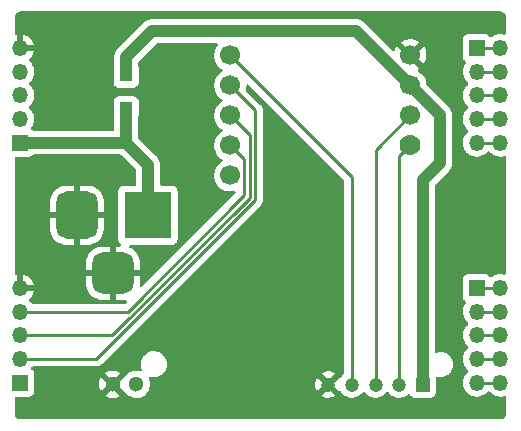
<source format=gbr>
%TF.GenerationSoftware,KiCad,Pcbnew,(6.0.0)*%
%TF.CreationDate,2022-11-08T21:37:46+09:00*%
%TF.ProjectId,LED_MATRIX_ATOM_UNIT,4c45445f-4d41-4545-9249-585f41544f4d,rev?*%
%TF.SameCoordinates,Original*%
%TF.FileFunction,Copper,L1,Top*%
%TF.FilePolarity,Positive*%
%FSLAX46Y46*%
G04 Gerber Fmt 4.6, Leading zero omitted, Abs format (unit mm)*
G04 Created by KiCad (PCBNEW (6.0.0)) date 2022-11-08 21:37:46*
%MOMM*%
%LPD*%
G01*
G04 APERTURE LIST*
G04 Aperture macros list*
%AMRoundRect*
0 Rectangle with rounded corners*
0 $1 Rounding radius*
0 $2 $3 $4 $5 $6 $7 $8 $9 X,Y pos of 4 corners*
0 Add a 4 corners polygon primitive as box body*
4,1,4,$2,$3,$4,$5,$6,$7,$8,$9,$2,$3,0*
0 Add four circle primitives for the rounded corners*
1,1,$1+$1,$2,$3*
1,1,$1+$1,$4,$5*
1,1,$1+$1,$6,$7*
1,1,$1+$1,$8,$9*
0 Add four rect primitives between the rounded corners*
20,1,$1+$1,$2,$3,$4,$5,0*
20,1,$1+$1,$4,$5,$6,$7,0*
20,1,$1+$1,$6,$7,$8,$9,0*
20,1,$1+$1,$8,$9,$2,$3,0*%
G04 Aperture macros list end*
%TA.AperFunction,ComponentPad*%
%ADD10C,1.300000*%
%TD*%
%TA.AperFunction,ComponentPad*%
%ADD11R,4.000000X4.000000*%
%TD*%
%TA.AperFunction,ComponentPad*%
%ADD12RoundRect,0.875000X0.875000X1.125000X-0.875000X1.125000X-0.875000X-1.125000X0.875000X-1.125000X0*%
%TD*%
%TA.AperFunction,ComponentPad*%
%ADD13RoundRect,0.875000X0.875000X0.875000X-0.875000X0.875000X-0.875000X-0.875000X0.875000X-0.875000X0*%
%TD*%
%TA.AperFunction,ComponentPad*%
%ADD14R,1.200000X1.200000*%
%TD*%
%TA.AperFunction,ComponentPad*%
%ADD15C,1.200000*%
%TD*%
%TA.AperFunction,SMDPad,CuDef*%
%ADD16R,1.100000X1.100000*%
%TD*%
%TA.AperFunction,ComponentPad*%
%ADD17C,1.776200*%
%TD*%
%TA.AperFunction,ComponentPad*%
%ADD18C,1.700000*%
%TD*%
%TA.AperFunction,ComponentPad*%
%ADD19R,1.350000X1.350000*%
%TD*%
%TA.AperFunction,ComponentPad*%
%ADD20O,1.350000X1.350000*%
%TD*%
%TA.AperFunction,Conductor*%
%ADD21C,1.000000*%
%TD*%
%TA.AperFunction,Conductor*%
%ADD22C,0.250000*%
%TD*%
G04 APERTURE END LIST*
D10*
%TO.P,J7,1,1*%
%TO.N,VCC*%
X92250000Y-116750000D03*
%TO.P,J7,2,2*%
%TO.N,GND*%
X90250000Y-116750000D03*
%TD*%
D11*
%TO.P,J5,1*%
%TO.N,VCC*%
X93250000Y-102450000D03*
D12*
%TO.P,J5,2*%
%TO.N,GND*%
X87250000Y-102450000D03*
D13*
%TO.P,J5,3*%
X90300000Y-107350000D03*
%TD*%
D14*
%TO.P,J6,1,1*%
%TO.N,/+5V*%
X116525000Y-116775000D03*
D15*
%TO.P,J6,2,2*%
%TO.N,/IO21*%
X114525000Y-116775000D03*
%TO.P,J6,3,3*%
%TO.N,/IO25*%
X112525000Y-116775000D03*
%TO.P,J6,4,4*%
%TO.N,/IO33*%
X110525000Y-116775000D03*
%TO.P,J6,5,5*%
%TO.N,GND*%
X108525000Y-116775000D03*
%TD*%
D16*
%TO.P,D1,1,K*%
%TO.N,/+5V*%
X91400000Y-90600000D03*
%TO.P,D1,2,A*%
%TO.N,VCC*%
X91400000Y-93400000D03*
%TD*%
D17*
%TO.P,U1,1,IO21*%
%TO.N,/IO21*%
X115469700Y-96523500D03*
D18*
%TO.P,U1,2,IO25*%
%TO.N,/IO25*%
X115469700Y-93983500D03*
%TO.P,U1,3,+5V*%
%TO.N,/+5V*%
X115469700Y-91443500D03*
%TO.P,U1,4,GND*%
%TO.N,GND*%
X115469700Y-88903500D03*
%TO.P,U1,5,IO33*%
%TO.N,/IO33*%
X100229700Y-88903500D03*
%TO.P,U1,6,IO23*%
%TO.N,/DIN1*%
X100229700Y-91443500D03*
%TO.P,U1,7,IO19*%
%TO.N,/CS*%
X100229700Y-93983500D03*
%TO.P,U1,8,IO22*%
%TO.N,/CLK*%
X100229700Y-96523500D03*
%TO.P,U1,9,3.3V*%
%TO.N,unconnected-(U1-Pad9)*%
X100229700Y-99063500D03*
%TD*%
D19*
%TO.P,J4,1,Pin_1*%
%TO.N,VCC*%
X82450000Y-96290000D03*
D20*
%TO.P,J4,2,Pin_2*%
%TO.N,unconnected-(J4-Pad2)*%
X82450000Y-94290000D03*
%TO.P,J4,3,Pin_3*%
%TO.N,unconnected-(J4-Pad3)*%
X82450000Y-92290000D03*
%TO.P,J4,4,Pin_4*%
%TO.N,unconnected-(J4-Pad4)*%
X82450000Y-90290000D03*
%TO.P,J4,5,Pin_5*%
%TO.N,GND*%
X82450000Y-88290000D03*
%TD*%
D19*
%TO.P,J1,1,Pin_1*%
%TO.N,Net-(J1-Pad1)*%
X121090000Y-88290000D03*
D20*
%TO.P,J1,2,Pin_2*%
X123090000Y-88290000D03*
%TO.P,J1,3,Pin_3*%
%TO.N,Net-(J1-Pad3)*%
X121090000Y-90290000D03*
%TO.P,J1,4,Pin_4*%
X123090000Y-90290000D03*
%TO.P,J1,5,Pin_5*%
%TO.N,Net-(J1-Pad5)*%
X121090000Y-92290000D03*
%TO.P,J1,6,Pin_6*%
X123090000Y-92290000D03*
%TO.P,J1,7,Pin_7*%
%TO.N,Net-(J1-Pad7)*%
X121090000Y-94290000D03*
%TO.P,J1,8,Pin_8*%
X123090000Y-94290000D03*
%TO.P,J1,9,Pin_9*%
%TO.N,Net-(J1-Pad10)*%
X121090000Y-96290000D03*
%TO.P,J1,10,Pin_10*%
X123090000Y-96290000D03*
%TD*%
D19*
%TO.P,J2,1,Pin_1*%
%TO.N,VCC*%
X82450000Y-116610000D03*
D20*
%TO.P,J2,2,Pin_2*%
%TO.N,/DIN1*%
X82450000Y-114610000D03*
%TO.P,J2,3,Pin_3*%
%TO.N,/CS*%
X82450000Y-112610000D03*
%TO.P,J2,4,Pin_4*%
%TO.N,/CLK*%
X82450000Y-110610000D03*
%TO.P,J2,5,Pin_5*%
%TO.N,GND*%
X82450000Y-108610000D03*
%TD*%
D19*
%TO.P,J3,1,Pin_1*%
%TO.N,Net-(J3-Pad1)*%
X121090000Y-108610000D03*
D20*
%TO.P,J3,2,Pin_2*%
X123090000Y-108610000D03*
%TO.P,J3,3,Pin_3*%
%TO.N,Net-(J3-Pad3)*%
X121090000Y-110610000D03*
%TO.P,J3,4,Pin_4*%
X123090000Y-110610000D03*
%TO.P,J3,5,Pin_5*%
%TO.N,Net-(J3-Pad5)*%
X121090000Y-112610000D03*
%TO.P,J3,6,Pin_6*%
X123090000Y-112610000D03*
%TO.P,J3,7,Pin_7*%
%TO.N,Net-(J3-Pad7)*%
X121090000Y-114610000D03*
%TO.P,J3,8,Pin_8*%
X123090000Y-114610000D03*
%TO.P,J3,9,Pin_9*%
%TO.N,Net-(J3-Pad10)*%
X121090000Y-116610000D03*
%TO.P,J3,10,Pin_10*%
X123090000Y-116610000D03*
%TD*%
D21*
%TO.N,VCC*%
X91390000Y-96290000D02*
X93250000Y-98150000D01*
X82450000Y-96290000D02*
X91390000Y-96290000D01*
X91400000Y-96280000D02*
X91400000Y-93400000D01*
X91390000Y-96290000D02*
X91400000Y-96280000D01*
X93250000Y-98150000D02*
X93250000Y-102450000D01*
D22*
%TO.N,/DIN1*%
X102349520Y-93563320D02*
X100229700Y-91443500D01*
X82450000Y-114610000D02*
X88875718Y-114610000D01*
X102349520Y-101136198D02*
X102349520Y-93563320D01*
X88875718Y-114610000D02*
X102349520Y-101136198D01*
%TO.N,/CS*%
X101900000Y-100950000D02*
X101900000Y-95653800D01*
X101900000Y-95653800D02*
X100229700Y-93983500D01*
X90240000Y-112610000D02*
X101900000Y-100950000D01*
X82450000Y-112610000D02*
X90240000Y-112610000D01*
%TO.N,/CLK*%
X101404211Y-97698011D02*
X101404211Y-100745789D01*
X91540000Y-110610000D02*
X82450000Y-110610000D01*
X101404211Y-100745789D02*
X91540000Y-110610000D01*
X100229700Y-96523500D02*
X101404211Y-97698011D01*
%TO.N,Net-(J1-Pad1)*%
X121090000Y-88290000D02*
X123090000Y-88290000D01*
%TO.N,Net-(J1-Pad3)*%
X121090000Y-90290000D02*
X123090000Y-90290000D01*
%TO.N,Net-(J1-Pad5)*%
X121090000Y-92290000D02*
X123090000Y-92290000D01*
%TO.N,Net-(J1-Pad7)*%
X123090000Y-94290000D02*
X121090000Y-94290000D01*
%TO.N,Net-(J3-Pad1)*%
X121090000Y-108610000D02*
X123090000Y-108610000D01*
%TO.N,Net-(J3-Pad3)*%
X121090000Y-110610000D02*
X123090000Y-110610000D01*
%TO.N,Net-(J3-Pad5)*%
X121090000Y-112610000D02*
X123090000Y-112610000D01*
%TO.N,Net-(J3-Pad7)*%
X121090000Y-114610000D02*
X123090000Y-114610000D01*
%TO.N,Net-(J3-Pad10)*%
X121090000Y-116610000D02*
X123090000Y-116610000D01*
%TO.N,/IO21*%
X114525000Y-116775000D02*
X114525000Y-97468200D01*
X114525000Y-97468200D02*
X115469700Y-96523500D01*
%TO.N,/IO25*%
X112525000Y-116775000D02*
X112525000Y-96928200D01*
X112525000Y-96928200D02*
X115469700Y-93983500D01*
%TO.N,/IO33*%
X110525000Y-99198800D02*
X100229700Y-88903500D01*
X110525000Y-116775000D02*
X110525000Y-99198800D01*
D21*
%TO.N,/+5V*%
X116525000Y-116775000D02*
X116525000Y-99475000D01*
X118000000Y-93973800D02*
X118000000Y-98000000D01*
X115469700Y-91443500D02*
X118000000Y-93973800D01*
X110876200Y-86850000D02*
X115469700Y-91443500D01*
X93600000Y-86850000D02*
X110876200Y-86850000D01*
X91400000Y-90600000D02*
X91400000Y-89050000D01*
X91400000Y-89050000D02*
X93600000Y-86850000D01*
X118000000Y-98000000D02*
X116525000Y-99475000D01*
D22*
%TO.N,Net-(J1-Pad10)*%
X123090000Y-96290000D02*
X121090000Y-96290000D01*
%TD*%
%TA.AperFunction,Conductor*%
%TO.N,GND*%
G36*
X123050749Y-85185066D02*
G01*
X123065550Y-85187371D01*
X123065554Y-85187371D01*
X123074423Y-85188752D01*
X123083325Y-85187588D01*
X123083329Y-85187588D01*
X123083425Y-85187575D01*
X123113862Y-85187304D01*
X123176067Y-85194312D01*
X123203574Y-85200590D01*
X123280763Y-85227600D01*
X123306183Y-85239842D01*
X123375430Y-85283353D01*
X123397489Y-85300945D01*
X123455313Y-85358769D01*
X123472905Y-85380828D01*
X123516416Y-85450075D01*
X123528658Y-85475496D01*
X123555667Y-85552683D01*
X123561946Y-85580190D01*
X123568214Y-85635817D01*
X123568997Y-85651463D01*
X123568888Y-85660421D01*
X123567506Y-85669295D01*
X123569146Y-85681835D01*
X123571628Y-85700816D01*
X123572692Y-85717154D01*
X123572692Y-87025711D01*
X123552690Y-87093832D01*
X123499034Y-87140325D01*
X123422111Y-87149290D01*
X123214239Y-87107941D01*
X123208464Y-87107865D01*
X123208460Y-87107865D01*
X123099419Y-87106438D01*
X122996746Y-87105094D01*
X122991049Y-87106073D01*
X122991048Y-87106073D01*
X122788065Y-87140952D01*
X122788062Y-87140953D01*
X122782375Y-87141930D01*
X122578307Y-87217214D01*
X122391376Y-87328427D01*
X122387032Y-87332237D01*
X122369592Y-87347531D01*
X122305188Y-87377408D01*
X122234855Y-87367722D01*
X122185689Y-87328365D01*
X122183522Y-87325473D01*
X122128261Y-87251739D01*
X122011705Y-87164385D01*
X121875316Y-87113255D01*
X121813134Y-87106500D01*
X120366866Y-87106500D01*
X120304684Y-87113255D01*
X120168295Y-87164385D01*
X120051739Y-87251739D01*
X119964385Y-87368295D01*
X119913255Y-87504684D01*
X119906500Y-87566866D01*
X119906500Y-89013134D01*
X119913255Y-89075316D01*
X119964385Y-89211705D01*
X120051739Y-89328261D01*
X120058919Y-89333642D01*
X120130269Y-89387116D01*
X120172784Y-89443975D01*
X120177810Y-89514794D01*
X120153654Y-89565948D01*
X120096755Y-89638124D01*
X120093181Y-89642658D01*
X119991905Y-89835154D01*
X119978775Y-89877438D01*
X119932483Y-90026523D01*
X119927403Y-90042882D01*
X119901837Y-90258887D01*
X119916063Y-90475933D01*
X119917484Y-90481529D01*
X119917485Y-90481534D01*
X119968184Y-90681158D01*
X119969605Y-90686753D01*
X119972022Y-90691996D01*
X120007043Y-90767963D01*
X120060668Y-90884285D01*
X120064001Y-90889001D01*
X120142062Y-90999454D01*
X120186204Y-91061914D01*
X120320981Y-91193207D01*
X120329741Y-91201741D01*
X120364579Y-91263602D01*
X120360442Y-91334478D01*
X120324899Y-91386726D01*
X120227842Y-91471842D01*
X120224270Y-91476373D01*
X120183045Y-91528667D01*
X120093181Y-91642658D01*
X119991905Y-91835154D01*
X119927403Y-92042882D01*
X119901837Y-92258887D01*
X119916063Y-92475933D01*
X119917484Y-92481529D01*
X119917485Y-92481534D01*
X119961443Y-92654614D01*
X119969605Y-92686753D01*
X119972022Y-92691996D01*
X120024248Y-92805283D01*
X120060668Y-92884285D01*
X120064001Y-92889001D01*
X120117101Y-92964135D01*
X120186204Y-93061914D01*
X120190346Y-93065949D01*
X120329741Y-93201741D01*
X120364579Y-93263602D01*
X120360442Y-93334478D01*
X120324899Y-93386726D01*
X120227842Y-93471842D01*
X120224270Y-93476373D01*
X120124141Y-93603386D01*
X120093181Y-93642658D01*
X119991905Y-93835154D01*
X119990192Y-93840671D01*
X119929649Y-94035650D01*
X119927403Y-94042882D01*
X119901837Y-94258887D01*
X119916063Y-94475933D01*
X119917484Y-94481529D01*
X119917485Y-94481534D01*
X119945878Y-94593329D01*
X119969605Y-94686753D01*
X120060668Y-94884285D01*
X120064001Y-94889001D01*
X120159885Y-95024673D01*
X120186204Y-95061914D01*
X120190346Y-95065949D01*
X120329741Y-95201741D01*
X120364579Y-95263602D01*
X120360442Y-95334478D01*
X120324899Y-95386726D01*
X120227842Y-95471842D01*
X120224270Y-95476373D01*
X120183045Y-95528667D01*
X120093181Y-95642658D01*
X119991905Y-95835154D01*
X119927403Y-96042882D01*
X119901837Y-96258887D01*
X119916063Y-96475933D01*
X119917484Y-96481529D01*
X119917485Y-96481534D01*
X119950222Y-96610432D01*
X119969605Y-96686753D01*
X119972022Y-96691996D01*
X120018919Y-96793724D01*
X120060668Y-96884285D01*
X120064001Y-96889001D01*
X120182251Y-97056320D01*
X120186204Y-97061914D01*
X120190346Y-97065949D01*
X120264428Y-97138116D01*
X120342009Y-97213692D01*
X120346813Y-97216902D01*
X120385563Y-97242794D01*
X120522863Y-97334536D01*
X120528171Y-97336817D01*
X120528172Y-97336817D01*
X120717409Y-97418119D01*
X120717412Y-97418120D01*
X120722712Y-97420397D01*
X120728342Y-97421671D01*
X120880207Y-97456035D01*
X120934860Y-97468402D01*
X120940631Y-97468629D01*
X120940633Y-97468629D01*
X121013620Y-97471496D01*
X121152205Y-97476941D01*
X121367466Y-97445730D01*
X121372930Y-97443875D01*
X121372935Y-97443874D01*
X121567963Y-97377671D01*
X121567968Y-97377669D01*
X121573435Y-97375813D01*
X121763213Y-97269532D01*
X121930446Y-97130446D01*
X121990252Y-97058537D01*
X122049189Y-97018953D01*
X122120171Y-97017517D01*
X122182913Y-97057258D01*
X122186204Y-97061914D01*
X122190346Y-97065949D01*
X122190348Y-97065951D01*
X122264428Y-97138116D01*
X122342009Y-97213692D01*
X122346813Y-97216902D01*
X122385563Y-97242794D01*
X122522863Y-97334536D01*
X122528171Y-97336817D01*
X122528172Y-97336817D01*
X122717409Y-97418119D01*
X122717412Y-97418120D01*
X122722712Y-97420397D01*
X122728342Y-97421671D01*
X122880207Y-97456035D01*
X122934860Y-97468402D01*
X122940631Y-97468629D01*
X122940633Y-97468629D01*
X123013620Y-97471496D01*
X123152205Y-97476941D01*
X123367466Y-97445730D01*
X123406193Y-97432584D01*
X123477127Y-97429629D01*
X123538399Y-97465493D01*
X123570555Y-97528790D01*
X123572692Y-97551898D01*
X123572692Y-107345711D01*
X123552690Y-107413832D01*
X123499034Y-107460325D01*
X123422111Y-107469290D01*
X123214239Y-107427941D01*
X123208464Y-107427865D01*
X123208460Y-107427865D01*
X123099419Y-107426438D01*
X122996746Y-107425094D01*
X122991049Y-107426073D01*
X122991048Y-107426073D01*
X122788065Y-107460952D01*
X122788062Y-107460953D01*
X122782375Y-107461930D01*
X122578307Y-107537214D01*
X122391376Y-107648427D01*
X122387032Y-107652237D01*
X122369592Y-107667531D01*
X122305188Y-107697408D01*
X122234855Y-107687722D01*
X122185689Y-107648365D01*
X122183522Y-107645473D01*
X122128261Y-107571739D01*
X122011705Y-107484385D01*
X121875316Y-107433255D01*
X121813134Y-107426500D01*
X120366866Y-107426500D01*
X120304684Y-107433255D01*
X120168295Y-107484385D01*
X120051739Y-107571739D01*
X119964385Y-107688295D01*
X119913255Y-107824684D01*
X119906500Y-107886866D01*
X119906500Y-109333134D01*
X119913255Y-109395316D01*
X119964385Y-109531705D01*
X120051739Y-109648261D01*
X120058919Y-109653642D01*
X120130269Y-109707116D01*
X120172784Y-109763975D01*
X120177810Y-109834794D01*
X120153654Y-109885948D01*
X120122167Y-109925889D01*
X120093181Y-109962658D01*
X119991905Y-110155154D01*
X119927403Y-110362882D01*
X119901837Y-110578887D01*
X119916063Y-110795933D01*
X119969605Y-111006753D01*
X120060668Y-111204285D01*
X120064001Y-111209001D01*
X120102519Y-111263502D01*
X120186204Y-111381914D01*
X120190346Y-111385949D01*
X120329741Y-111521741D01*
X120364579Y-111583602D01*
X120360442Y-111654478D01*
X120324899Y-111706726D01*
X120227842Y-111791842D01*
X120224270Y-111796373D01*
X120183045Y-111848667D01*
X120093181Y-111962658D01*
X119991905Y-112155154D01*
X119927403Y-112362882D01*
X119901837Y-112578887D01*
X119916063Y-112795933D01*
X119969605Y-113006753D01*
X120060668Y-113204285D01*
X120064001Y-113209001D01*
X120102519Y-113263502D01*
X120186204Y-113381914D01*
X120190346Y-113385949D01*
X120329741Y-113521741D01*
X120364579Y-113583602D01*
X120360442Y-113654478D01*
X120324899Y-113706726D01*
X120227842Y-113791842D01*
X120224270Y-113796373D01*
X120097998Y-113956548D01*
X120093181Y-113962658D01*
X119991905Y-114155154D01*
X119990192Y-114160671D01*
X119937358Y-114330823D01*
X119927403Y-114362882D01*
X119901837Y-114578887D01*
X119916063Y-114795933D01*
X119917484Y-114801529D01*
X119917485Y-114801534D01*
X119942262Y-114899091D01*
X119969605Y-115006753D01*
X119972022Y-115011996D01*
X120004490Y-115082425D01*
X120060668Y-115204285D01*
X120064001Y-115209001D01*
X120138016Y-115313729D01*
X120186204Y-115381914D01*
X120321329Y-115513546D01*
X120329741Y-115521741D01*
X120364579Y-115583602D01*
X120360442Y-115654478D01*
X120324899Y-115706726D01*
X120227842Y-115791842D01*
X120224270Y-115796373D01*
X120097630Y-115957015D01*
X120093181Y-115962658D01*
X120090493Y-115967767D01*
X120068963Y-116008690D01*
X119991905Y-116155154D01*
X119981211Y-116189595D01*
X119936666Y-116333052D01*
X119927403Y-116362882D01*
X119901837Y-116578887D01*
X119916063Y-116795933D01*
X119917484Y-116801529D01*
X119917485Y-116801534D01*
X119950621Y-116932006D01*
X119969605Y-117006753D01*
X119972022Y-117011996D01*
X120058250Y-117199040D01*
X120060668Y-117204285D01*
X120064001Y-117209001D01*
X120165869Y-117353140D01*
X120186204Y-117381914D01*
X120342009Y-117533692D01*
X120522863Y-117654536D01*
X120528171Y-117656817D01*
X120528172Y-117656817D01*
X120717409Y-117738119D01*
X120717412Y-117738120D01*
X120722712Y-117740397D01*
X120728342Y-117741671D01*
X120826464Y-117763874D01*
X120934860Y-117788402D01*
X120940631Y-117788629D01*
X120940633Y-117788629D01*
X121013620Y-117791496D01*
X121152205Y-117796941D01*
X121367466Y-117765730D01*
X121372930Y-117763875D01*
X121372935Y-117763874D01*
X121567963Y-117697671D01*
X121567968Y-117697669D01*
X121573435Y-117695813D01*
X121763213Y-117589532D01*
X121930446Y-117450446D01*
X121990252Y-117378537D01*
X122049189Y-117338953D01*
X122120171Y-117337517D01*
X122182913Y-117377258D01*
X122186204Y-117381914D01*
X122190346Y-117385949D01*
X122190348Y-117385951D01*
X122256554Y-117450446D01*
X122342009Y-117533692D01*
X122522863Y-117654536D01*
X122528171Y-117656817D01*
X122528172Y-117656817D01*
X122717409Y-117738119D01*
X122717412Y-117738120D01*
X122722712Y-117740397D01*
X122728342Y-117741671D01*
X122826464Y-117763874D01*
X122934860Y-117788402D01*
X122940631Y-117788629D01*
X122940633Y-117788629D01*
X123013620Y-117791496D01*
X123152205Y-117796941D01*
X123367466Y-117765730D01*
X123406193Y-117752584D01*
X123477127Y-117749629D01*
X123538399Y-117785493D01*
X123570555Y-117848790D01*
X123572692Y-117871898D01*
X123572692Y-119175107D01*
X123571192Y-119194491D01*
X123568887Y-119209292D01*
X123568887Y-119209296D01*
X123567506Y-119218165D01*
X123568670Y-119227067D01*
X123568670Y-119227071D01*
X123568683Y-119227167D01*
X123568954Y-119257604D01*
X123561946Y-119319809D01*
X123555667Y-119347319D01*
X123528658Y-119424505D01*
X123516416Y-119449925D01*
X123472905Y-119519172D01*
X123455313Y-119541231D01*
X123397489Y-119599055D01*
X123375430Y-119616647D01*
X123306183Y-119660158D01*
X123280762Y-119672400D01*
X123203575Y-119699409D01*
X123176068Y-119705688D01*
X123152120Y-119708386D01*
X123120436Y-119711956D01*
X123104795Y-119712739D01*
X123095837Y-119712630D01*
X123086963Y-119711248D01*
X123055442Y-119715370D01*
X123039104Y-119716434D01*
X82499327Y-119716434D01*
X82479943Y-119714934D01*
X82465142Y-119712629D01*
X82465138Y-119712629D01*
X82456269Y-119711248D01*
X82447367Y-119712412D01*
X82447363Y-119712412D01*
X82447267Y-119712425D01*
X82416830Y-119712696D01*
X82354625Y-119705688D01*
X82327118Y-119699410D01*
X82249928Y-119672400D01*
X82224509Y-119660158D01*
X82155262Y-119616647D01*
X82133203Y-119599055D01*
X82075379Y-119541231D01*
X82057787Y-119519172D01*
X82014276Y-119449925D01*
X82002034Y-119424504D01*
X81975025Y-119347317D01*
X81968746Y-119319810D01*
X81962478Y-119264183D01*
X81961695Y-119248537D01*
X81961804Y-119239579D01*
X81963186Y-119230705D01*
X81959064Y-119199183D01*
X81958000Y-119182846D01*
X81958000Y-117919500D01*
X81978002Y-117851379D01*
X82031658Y-117804886D01*
X82084000Y-117793500D01*
X83173134Y-117793500D01*
X83235316Y-117786745D01*
X83371705Y-117735615D01*
X83382741Y-117727344D01*
X89637016Y-117727344D01*
X89646898Y-117739834D01*
X89690279Y-117768820D01*
X89700389Y-117774310D01*
X89885318Y-117853762D01*
X89896261Y-117857317D01*
X90092567Y-117901737D01*
X90103975Y-117903239D01*
X90305096Y-117911140D01*
X90316580Y-117910538D01*
X90515774Y-117881657D01*
X90526957Y-117878972D01*
X90717547Y-117814276D01*
X90728060Y-117809595D01*
X90854766Y-117738635D01*
X90864631Y-117728557D01*
X90861675Y-117720885D01*
X90262812Y-117122022D01*
X90248868Y-117114408D01*
X90247035Y-117114539D01*
X90240420Y-117118790D01*
X89643212Y-117715998D01*
X89637016Y-117727344D01*
X83382741Y-117727344D01*
X83488261Y-117648261D01*
X83575615Y-117531705D01*
X83626745Y-117395316D01*
X83633500Y-117333134D01*
X83633500Y-116725323D01*
X89087816Y-116725323D01*
X89100979Y-116926159D01*
X89102780Y-116937529D01*
X89152323Y-117132604D01*
X89156164Y-117143451D01*
X89240429Y-117326238D01*
X89246178Y-117336195D01*
X89259912Y-117355628D01*
X89270501Y-117364016D01*
X89283802Y-117356988D01*
X89877978Y-116762812D01*
X89884356Y-116751132D01*
X90614408Y-116751132D01*
X90614539Y-116752965D01*
X90618790Y-116759580D01*
X91216971Y-117357761D01*
X91262711Y-117382738D01*
X91305221Y-117420605D01*
X91365296Y-117505609D01*
X91369430Y-117509636D01*
X91504362Y-117641081D01*
X91517809Y-117654181D01*
X91522605Y-117657386D01*
X91522608Y-117657388D01*
X91617639Y-117720885D01*
X91694843Y-117772471D01*
X91700146Y-117774749D01*
X91700149Y-117774751D01*
X91872480Y-117848790D01*
X91890470Y-117856519D01*
X91958436Y-117871898D01*
X92092501Y-117902234D01*
X92092506Y-117902235D01*
X92098138Y-117903509D01*
X92103909Y-117903736D01*
X92103911Y-117903736D01*
X92165252Y-117906146D01*
X92310891Y-117911869D01*
X92316600Y-117911041D01*
X92316604Y-117911041D01*
X92515890Y-117882145D01*
X92515894Y-117882144D01*
X92521605Y-117881316D01*
X92723223Y-117812876D01*
X92895683Y-117716294D01*
X107948066Y-117716294D01*
X107957948Y-117728783D01*
X107989239Y-117749691D01*
X107999349Y-117755181D01*
X108175835Y-117831005D01*
X108186778Y-117834560D01*
X108374120Y-117876952D01*
X108385530Y-117878454D01*
X108577469Y-117885995D01*
X108588951Y-117885393D01*
X108779045Y-117857832D01*
X108790240Y-117855144D01*
X108972131Y-117793400D01*
X108982628Y-117788726D01*
X109093032Y-117726898D01*
X109102895Y-117716821D01*
X109099940Y-117709151D01*
X108537811Y-117147021D01*
X108523868Y-117139408D01*
X108522034Y-117139539D01*
X108515420Y-117143790D01*
X107954259Y-117704952D01*
X107948066Y-117716294D01*
X92895683Y-117716294D01*
X92908993Y-117708840D01*
X93072693Y-117572693D01*
X93208840Y-117408993D01*
X93312876Y-117223223D01*
X93381316Y-117021605D01*
X93382710Y-117011996D01*
X93411337Y-116814561D01*
X93411337Y-116814559D01*
X93411869Y-116810891D01*
X93413420Y-116751638D01*
X107413012Y-116751638D01*
X107425575Y-116943304D01*
X107427376Y-116954674D01*
X107474657Y-117140843D01*
X107478498Y-117151690D01*
X107558916Y-117326130D01*
X107564664Y-117336086D01*
X107570788Y-117344751D01*
X107581377Y-117353140D01*
X107594676Y-117346113D01*
X108152979Y-116787811D01*
X108160592Y-116773868D01*
X108160461Y-116772034D01*
X108156210Y-116765420D01*
X107593538Y-116202749D01*
X107581163Y-116195992D01*
X107575197Y-116200458D01*
X107499645Y-116344058D01*
X107495242Y-116354691D01*
X107438281Y-116538132D01*
X107435891Y-116549376D01*
X107413313Y-116740137D01*
X107413012Y-116751638D01*
X93413420Y-116751638D01*
X93413463Y-116750000D01*
X93397213Y-116573152D01*
X93394510Y-116543730D01*
X93394509Y-116543727D01*
X93393981Y-116537976D01*
X93336186Y-116333052D01*
X93333633Y-116327876D01*
X93333630Y-116327867D01*
X93320776Y-116301802D01*
X93308586Y-116231860D01*
X93336146Y-116166431D01*
X93394704Y-116126288D01*
X93457932Y-116122411D01*
X93641337Y-116158228D01*
X93646899Y-116158500D01*
X93802846Y-116158500D01*
X93960566Y-116143452D01*
X94163534Y-116083908D01*
X94218746Y-116055472D01*
X94346249Y-115989804D01*
X94346252Y-115989802D01*
X94351580Y-115987058D01*
X94517920Y-115856396D01*
X94521852Y-115851865D01*
X94521855Y-115851862D01*
X94537637Y-115833675D01*
X107947788Y-115833675D01*
X107951275Y-115842064D01*
X108512189Y-116402979D01*
X108526132Y-116410592D01*
X108527966Y-116410461D01*
X108534580Y-116406210D01*
X109095285Y-115845504D01*
X109102042Y-115833129D01*
X109096012Y-115825073D01*
X109035061Y-115786616D01*
X109024813Y-115781395D01*
X108846401Y-115710216D01*
X108835373Y-115706949D01*
X108646982Y-115669476D01*
X108635535Y-115668273D01*
X108443477Y-115665759D01*
X108431997Y-115666662D01*
X108242697Y-115699190D01*
X108231577Y-115702170D01*
X108051365Y-115768653D01*
X108040991Y-115773601D01*
X107957385Y-115823342D01*
X107947788Y-115833675D01*
X94537637Y-115833675D01*
X94652621Y-115701167D01*
X94656552Y-115696637D01*
X94659552Y-115691451D01*
X94659555Y-115691447D01*
X94759467Y-115518742D01*
X94762473Y-115513546D01*
X94831861Y-115313729D01*
X94836286Y-115283213D01*
X94861352Y-115110336D01*
X94861352Y-115110333D01*
X94862213Y-115104396D01*
X94852433Y-114893101D01*
X94802875Y-114687466D01*
X94797917Y-114676560D01*
X94717806Y-114500368D01*
X94715326Y-114494913D01*
X94592946Y-114322389D01*
X94440150Y-114176119D01*
X94262452Y-114061380D01*
X94187640Y-114031230D01*
X94071832Y-113984558D01*
X94071829Y-113984557D01*
X94066263Y-113982314D01*
X93858663Y-113941772D01*
X93853101Y-113941500D01*
X93697154Y-113941500D01*
X93539434Y-113956548D01*
X93336466Y-114016092D01*
X93331139Y-114018836D01*
X93331138Y-114018836D01*
X93153751Y-114110196D01*
X93153748Y-114110198D01*
X93148420Y-114112942D01*
X92982080Y-114243604D01*
X92978148Y-114248135D01*
X92978145Y-114248138D01*
X92878576Y-114362882D01*
X92843448Y-114403363D01*
X92840448Y-114408549D01*
X92840445Y-114408553D01*
X92794600Y-114487799D01*
X92737527Y-114586454D01*
X92668139Y-114786271D01*
X92667278Y-114792206D01*
X92667278Y-114792208D01*
X92654283Y-114881836D01*
X92637787Y-114995604D01*
X92647567Y-115206899D01*
X92648971Y-115212724D01*
X92648971Y-115212725D01*
X92690719Y-115385951D01*
X92697125Y-115412534D01*
X92699607Y-115417992D01*
X92699608Y-115417996D01*
X92717965Y-115458369D01*
X92727951Y-115528659D01*
X92698351Y-115593191D01*
X92638561Y-115631475D01*
X92578683Y-115634099D01*
X92377282Y-115594038D01*
X92377280Y-115594038D01*
X92371615Y-115592911D01*
X92365840Y-115592835D01*
X92365836Y-115592835D01*
X92259161Y-115591439D01*
X92158716Y-115590124D01*
X92153019Y-115591103D01*
X92153018Y-115591103D01*
X91954564Y-115625203D01*
X91954561Y-115625204D01*
X91948874Y-115626181D01*
X91749116Y-115699875D01*
X91566134Y-115808739D01*
X91406054Y-115949125D01*
X91298325Y-116085779D01*
X91259696Y-116118395D01*
X91218175Y-116141035D01*
X90622022Y-116737188D01*
X90614408Y-116751132D01*
X89884356Y-116751132D01*
X89885592Y-116748868D01*
X89885461Y-116747035D01*
X89881210Y-116740420D01*
X89281520Y-116140730D01*
X89269140Y-116133970D01*
X89263174Y-116138436D01*
X89178257Y-116299836D01*
X89173848Y-116310479D01*
X89114167Y-116502684D01*
X89111773Y-116513946D01*
X89088117Y-116713821D01*
X89087816Y-116725323D01*
X83633500Y-116725323D01*
X83633500Y-115886866D01*
X83626745Y-115824684D01*
X83607068Y-115772196D01*
X89636307Y-115772196D01*
X89639793Y-115780583D01*
X90237188Y-116377978D01*
X90251132Y-116385592D01*
X90252965Y-116385461D01*
X90259580Y-116381210D01*
X90856533Y-115784257D01*
X90863293Y-115771877D01*
X90857263Y-115763822D01*
X90782857Y-115716875D01*
X90772609Y-115711654D01*
X90585663Y-115637070D01*
X90574635Y-115633803D01*
X90377230Y-115594537D01*
X90365784Y-115593334D01*
X90164537Y-115590700D01*
X90153057Y-115591603D01*
X89954701Y-115625687D01*
X89943581Y-115628667D01*
X89754748Y-115698331D01*
X89744370Y-115703281D01*
X89645906Y-115761861D01*
X89636307Y-115772196D01*
X83607068Y-115772196D01*
X83575615Y-115688295D01*
X83488261Y-115571739D01*
X83410322Y-115513327D01*
X83367807Y-115456468D01*
X83362781Y-115385649D01*
X83389011Y-115331935D01*
X83424778Y-115288929D01*
X83483712Y-115249347D01*
X83521650Y-115243500D01*
X88796951Y-115243500D01*
X88808134Y-115244027D01*
X88815627Y-115245702D01*
X88823553Y-115245453D01*
X88823554Y-115245453D01*
X88883704Y-115243562D01*
X88887663Y-115243500D01*
X88915574Y-115243500D01*
X88919509Y-115243003D01*
X88919574Y-115242995D01*
X88931411Y-115242062D01*
X88963669Y-115241048D01*
X88967688Y-115240922D01*
X88975607Y-115240673D01*
X88995061Y-115235021D01*
X89014418Y-115231013D01*
X89026648Y-115229468D01*
X89026649Y-115229468D01*
X89034515Y-115228474D01*
X89041886Y-115225555D01*
X89041888Y-115225555D01*
X89075630Y-115212196D01*
X89086860Y-115208351D01*
X89121701Y-115198229D01*
X89121702Y-115198229D01*
X89129311Y-115196018D01*
X89136130Y-115191985D01*
X89136135Y-115191983D01*
X89146746Y-115185707D01*
X89164494Y-115177012D01*
X89183335Y-115169552D01*
X89219105Y-115143564D01*
X89229025Y-115137048D01*
X89260253Y-115118580D01*
X89260256Y-115118578D01*
X89267080Y-115114542D01*
X89281401Y-115100221D01*
X89296435Y-115087380D01*
X89306412Y-115080131D01*
X89312825Y-115075472D01*
X89341016Y-115041395D01*
X89349006Y-115032616D01*
X102741767Y-101639855D01*
X102750057Y-101632311D01*
X102756538Y-101628198D01*
X102803179Y-101578530D01*
X102805933Y-101575689D01*
X102825655Y-101555967D01*
X102828132Y-101552774D01*
X102835837Y-101543753D01*
X102860679Y-101517298D01*
X102866106Y-101511519D01*
X102869927Y-101504569D01*
X102875866Y-101493766D01*
X102886722Y-101477239D01*
X102894277Y-101467500D01*
X102894278Y-101467498D01*
X102899134Y-101461238D01*
X102916694Y-101420658D01*
X102921911Y-101410010D01*
X102939395Y-101378207D01*
X102939396Y-101378205D01*
X102943215Y-101371258D01*
X102948253Y-101351635D01*
X102954657Y-101332932D01*
X102959553Y-101321618D01*
X102959553Y-101321617D01*
X102962701Y-101314343D01*
X102963940Y-101306520D01*
X102963943Y-101306510D01*
X102969619Y-101270674D01*
X102972025Y-101259054D01*
X102981048Y-101223909D01*
X102981048Y-101223908D01*
X102983020Y-101216228D01*
X102983020Y-101195974D01*
X102984571Y-101176263D01*
X102986500Y-101164084D01*
X102987740Y-101156255D01*
X102983579Y-101112236D01*
X102983020Y-101100379D01*
X102983020Y-93642087D01*
X102983547Y-93630904D01*
X102985222Y-93623411D01*
X102984447Y-93598740D01*
X102983082Y-93555334D01*
X102983020Y-93551375D01*
X102983020Y-93523464D01*
X102982515Y-93519464D01*
X102981582Y-93507621D01*
X102980442Y-93471349D01*
X102980193Y-93463430D01*
X102974542Y-93443978D01*
X102970534Y-93424626D01*
X102969640Y-93417555D01*
X102967994Y-93404523D01*
X102965076Y-93397152D01*
X102951720Y-93363417D01*
X102947875Y-93352190D01*
X102940971Y-93328427D01*
X102935538Y-93309727D01*
X102931504Y-93302905D01*
X102931501Y-93302899D01*
X102925226Y-93292288D01*
X102916530Y-93274538D01*
X102911992Y-93263076D01*
X102911989Y-93263071D01*
X102909072Y-93255703D01*
X102888018Y-93226724D01*
X102883093Y-93219945D01*
X102876577Y-93210027D01*
X102858095Y-93178777D01*
X102854062Y-93171957D01*
X102839738Y-93157633D01*
X102826896Y-93142598D01*
X102820749Y-93134137D01*
X102814992Y-93126213D01*
X102780926Y-93098031D01*
X102772147Y-93090042D01*
X101580918Y-91898813D01*
X101546892Y-91836501D01*
X101549455Y-91773089D01*
X101560565Y-91736522D01*
X101562070Y-91731569D01*
X101591229Y-91510090D01*
X101592164Y-91471842D01*
X101592376Y-91463154D01*
X101614036Y-91395542D01*
X101668811Y-91350374D01*
X101739311Y-91341990D01*
X101807433Y-91377137D01*
X105898337Y-95468042D01*
X109854595Y-99424300D01*
X109888621Y-99486612D01*
X109891500Y-99513395D01*
X109891500Y-115798988D01*
X109871498Y-115867109D01*
X109848579Y-115893718D01*
X109717478Y-116008690D01*
X109713907Y-116013220D01*
X109713906Y-116013221D01*
X109607274Y-116148482D01*
X109549392Y-116189595D01*
X109499174Y-116196143D01*
X109471457Y-116194125D01*
X109457449Y-116201762D01*
X108897021Y-116762189D01*
X108889408Y-116776132D01*
X108889539Y-116777966D01*
X108893790Y-116784580D01*
X109455239Y-117346028D01*
X109469176Y-117353639D01*
X109500419Y-117351404D01*
X109569793Y-117366495D01*
X109612305Y-117404363D01*
X109678479Y-117497997D01*
X109682613Y-117502024D01*
X109805469Y-117621705D01*
X109824410Y-117640157D01*
X109829206Y-117643362D01*
X109829209Y-117643364D01*
X109945228Y-117720885D01*
X109993803Y-117753342D01*
X109999106Y-117755620D01*
X109999109Y-117755622D01*
X110175680Y-117831483D01*
X110180987Y-117833763D01*
X110247397Y-117848790D01*
X110374055Y-117877450D01*
X110374060Y-117877451D01*
X110379692Y-117878725D01*
X110385463Y-117878952D01*
X110385465Y-117878952D01*
X110445640Y-117881316D01*
X110583263Y-117886723D01*
X110784883Y-117857490D01*
X110790347Y-117855635D01*
X110790352Y-117855634D01*
X110972327Y-117793862D01*
X110972332Y-117793860D01*
X110977799Y-117792004D01*
X110983653Y-117788726D01*
X111074017Y-117738119D01*
X111155551Y-117692458D01*
X111312186Y-117562186D01*
X111429733Y-117420851D01*
X111488670Y-117381267D01*
X111559652Y-117379831D01*
X111620143Y-117416998D01*
X111629503Y-117428699D01*
X111669517Y-117485316D01*
X111678479Y-117497997D01*
X111682613Y-117502024D01*
X111805469Y-117621705D01*
X111824410Y-117640157D01*
X111829206Y-117643362D01*
X111829209Y-117643364D01*
X111945228Y-117720885D01*
X111993803Y-117753342D01*
X111999106Y-117755620D01*
X111999109Y-117755622D01*
X112175680Y-117831483D01*
X112180987Y-117833763D01*
X112247397Y-117848790D01*
X112374055Y-117877450D01*
X112374060Y-117877451D01*
X112379692Y-117878725D01*
X112385463Y-117878952D01*
X112385465Y-117878952D01*
X112445640Y-117881316D01*
X112583263Y-117886723D01*
X112784883Y-117857490D01*
X112790347Y-117855635D01*
X112790352Y-117855634D01*
X112972327Y-117793862D01*
X112972332Y-117793860D01*
X112977799Y-117792004D01*
X112983653Y-117788726D01*
X113074017Y-117738119D01*
X113155551Y-117692458D01*
X113312186Y-117562186D01*
X113429733Y-117420851D01*
X113488670Y-117381267D01*
X113559652Y-117379831D01*
X113620143Y-117416998D01*
X113629503Y-117428699D01*
X113669517Y-117485316D01*
X113678479Y-117497997D01*
X113682613Y-117502024D01*
X113805469Y-117621705D01*
X113824410Y-117640157D01*
X113829206Y-117643362D01*
X113829209Y-117643364D01*
X113945228Y-117720885D01*
X113993803Y-117753342D01*
X113999106Y-117755620D01*
X113999109Y-117755622D01*
X114175680Y-117831483D01*
X114180987Y-117833763D01*
X114247397Y-117848790D01*
X114374055Y-117877450D01*
X114374060Y-117877451D01*
X114379692Y-117878725D01*
X114385463Y-117878952D01*
X114385465Y-117878952D01*
X114445640Y-117881316D01*
X114583263Y-117886723D01*
X114784883Y-117857490D01*
X114790347Y-117855635D01*
X114790352Y-117855634D01*
X114972327Y-117793862D01*
X114972332Y-117793860D01*
X114977799Y-117792004D01*
X114983653Y-117788726D01*
X115074017Y-117738119D01*
X115155551Y-117692458D01*
X115279306Y-117589532D01*
X115284622Y-117585111D01*
X115349786Y-117556930D01*
X115419841Y-117568454D01*
X115473520Y-117619398D01*
X115474385Y-117621705D01*
X115561739Y-117738261D01*
X115678295Y-117825615D01*
X115814684Y-117876745D01*
X115876866Y-117883500D01*
X117173134Y-117883500D01*
X117235316Y-117876745D01*
X117371705Y-117825615D01*
X117488261Y-117738261D01*
X117575615Y-117621705D01*
X117626745Y-117485316D01*
X117633500Y-117423134D01*
X117633500Y-116233494D01*
X117653502Y-116165373D01*
X117707158Y-116118880D01*
X117777432Y-116108776D01*
X117797593Y-116113391D01*
X117803861Y-116115379D01*
X117809978Y-116116065D01*
X117809982Y-116116066D01*
X117886598Y-116124659D01*
X117965413Y-116133500D01*
X118077237Y-116133500D01*
X118080293Y-116133200D01*
X118080300Y-116133200D01*
X118225466Y-116118966D01*
X118225469Y-116118965D01*
X118231592Y-116118365D01*
X118363546Y-116078526D01*
X118424407Y-116060152D01*
X118424410Y-116060151D01*
X118430315Y-116058368D01*
X118435762Y-116055472D01*
X118608153Y-115963809D01*
X118608155Y-115963808D01*
X118613599Y-115960913D01*
X118698340Y-115891800D01*
X118769689Y-115833610D01*
X118769692Y-115833607D01*
X118774464Y-115829715D01*
X118783065Y-115819319D01*
X118883155Y-115698331D01*
X118906783Y-115669770D01*
X118909714Y-115664350D01*
X119002584Y-115492590D01*
X119002586Y-115492585D01*
X119005514Y-115487170D01*
X119066898Y-115288871D01*
X119071052Y-115249347D01*
X119087952Y-115088554D01*
X119087952Y-115088552D01*
X119088596Y-115082425D01*
X119069782Y-114875697D01*
X119011173Y-114676560D01*
X118915001Y-114492600D01*
X118784929Y-114330823D01*
X118680986Y-114243604D01*
X118630629Y-114201350D01*
X118625911Y-114197391D01*
X118620519Y-114194427D01*
X118620515Y-114194424D01*
X118449402Y-114100354D01*
X118444005Y-114097387D01*
X118246139Y-114034621D01*
X118240022Y-114033935D01*
X118240018Y-114033934D01*
X118163402Y-114025341D01*
X118084587Y-114016500D01*
X117972763Y-114016500D01*
X117969707Y-114016800D01*
X117969700Y-114016800D01*
X117824534Y-114031034D01*
X117824531Y-114031035D01*
X117818408Y-114031635D01*
X117695916Y-114068617D01*
X117624923Y-114069158D01*
X117564907Y-114031230D01*
X117534923Y-113966876D01*
X117533500Y-113947995D01*
X117533500Y-99944925D01*
X117553502Y-99876804D01*
X117570405Y-99855830D01*
X118669379Y-98756855D01*
X118679522Y-98747753D01*
X118704218Y-98727897D01*
X118709025Y-98724032D01*
X118741292Y-98685578D01*
X118744472Y-98681931D01*
X118746115Y-98680119D01*
X118748309Y-98677925D01*
X118775642Y-98644651D01*
X118776348Y-98643800D01*
X118796383Y-98619924D01*
X118836154Y-98572526D01*
X118838722Y-98567856D01*
X118842103Y-98563739D01*
X118885977Y-98481914D01*
X118886606Y-98480755D01*
X118928462Y-98404619D01*
X118928465Y-98404611D01*
X118931433Y-98399213D01*
X118933045Y-98394131D01*
X118935562Y-98389437D01*
X118962762Y-98300469D01*
X118963108Y-98299358D01*
X118989373Y-98216563D01*
X118991235Y-98210694D01*
X118991829Y-98205398D01*
X118993387Y-98200302D01*
X119002790Y-98107743D01*
X119002911Y-98106607D01*
X119008500Y-98056773D01*
X119008500Y-98053246D01*
X119008555Y-98052261D01*
X119009002Y-98046581D01*
X119013374Y-98003538D01*
X119009059Y-97957891D01*
X119008500Y-97946033D01*
X119008500Y-94035650D01*
X119009237Y-94022042D01*
X119012659Y-93990539D01*
X119013325Y-93984412D01*
X119008947Y-93934370D01*
X119008621Y-93929588D01*
X119008500Y-93927110D01*
X119008500Y-93924031D01*
X119008201Y-93920977D01*
X119008200Y-93920966D01*
X119004313Y-93881329D01*
X119004191Y-93880015D01*
X118996623Y-93793518D01*
X118996087Y-93787387D01*
X118994600Y-93782268D01*
X118994080Y-93776967D01*
X118967209Y-93687966D01*
X118966874Y-93686833D01*
X118942630Y-93603386D01*
X118942628Y-93603382D01*
X118940909Y-93597464D01*
X118938456Y-93592732D01*
X118936916Y-93587631D01*
X118905565Y-93528667D01*
X118893269Y-93505540D01*
X118892657Y-93504374D01*
X118852729Y-93427347D01*
X118849892Y-93421874D01*
X118846569Y-93417711D01*
X118844066Y-93413004D01*
X118831138Y-93397152D01*
X118785261Y-93340902D01*
X118784433Y-93339875D01*
X118755469Y-93303592D01*
X118755464Y-93303587D01*
X118753262Y-93300828D01*
X118750761Y-93298327D01*
X118750119Y-93297609D01*
X118746406Y-93293261D01*
X118738642Y-93283741D01*
X118719065Y-93259738D01*
X118714323Y-93255815D01*
X118714321Y-93255813D01*
X118683727Y-93230503D01*
X118674947Y-93222513D01*
X116859899Y-91407465D01*
X116825873Y-91345153D01*
X116823418Y-91328695D01*
X116817150Y-91252460D01*
X116814552Y-91220861D01*
X116760131Y-91004202D01*
X116671054Y-90799340D01*
X116549714Y-90611777D01*
X116399370Y-90446551D01*
X116395319Y-90443352D01*
X116395315Y-90443348D01*
X116228114Y-90311300D01*
X116228110Y-90311298D01*
X116224059Y-90308098D01*
X116182269Y-90285029D01*
X116132298Y-90234597D01*
X116117526Y-90165154D01*
X116142642Y-90098748D01*
X116169993Y-90072142D01*
X116218947Y-90037223D01*
X116227348Y-90026523D01*
X116220360Y-90013370D01*
X115111622Y-88904632D01*
X115834108Y-88904632D01*
X115834239Y-88906465D01*
X115838490Y-88913080D01*
X116580174Y-89654764D01*
X116592184Y-89661323D01*
X116603923Y-89652355D01*
X116634704Y-89609519D01*
X116640015Y-89600680D01*
X116734370Y-89409767D01*
X116738169Y-89400172D01*
X116800076Y-89196415D01*
X116802255Y-89186334D01*
X116830290Y-88973387D01*
X116830809Y-88966712D01*
X116832272Y-88906864D01*
X116832078Y-88900146D01*
X116814481Y-88686104D01*
X116812796Y-88675924D01*
X116760914Y-88469375D01*
X116757594Y-88459624D01*
X116672672Y-88264314D01*
X116667805Y-88255239D01*
X116602763Y-88154697D01*
X116592077Y-88145495D01*
X116582512Y-88149898D01*
X115841722Y-88890688D01*
X115834108Y-88904632D01*
X115111622Y-88904632D01*
X114359549Y-88152559D01*
X114348013Y-88146259D01*
X114335731Y-88155882D01*
X114287789Y-88226162D01*
X114282704Y-88235113D01*
X114193038Y-88428283D01*
X114189477Y-88437965D01*
X114182280Y-88463913D01*
X114144800Y-88524210D01*
X114080671Y-88554672D01*
X114010252Y-88545628D01*
X113971770Y-88519335D01*
X113232362Y-87779927D01*
X114710923Y-87779927D01*
X114717668Y-87792258D01*
X115456888Y-88531478D01*
X115470832Y-88539092D01*
X115472665Y-88538961D01*
X115479280Y-88534710D01*
X116223089Y-87790901D01*
X116230110Y-87778044D01*
X116223311Y-87768713D01*
X116219254Y-87766018D01*
X116032817Y-87663099D01*
X116023405Y-87658869D01*
X115822659Y-87587780D01*
X115812689Y-87585146D01*
X115603027Y-87547801D01*
X115592773Y-87546831D01*
X115379816Y-87544228D01*
X115369532Y-87544948D01*
X115159021Y-87577161D01*
X115148993Y-87579550D01*
X114946568Y-87645712D01*
X114937059Y-87649709D01*
X114748166Y-87748040D01*
X114739434Y-87753539D01*
X114719377Y-87768599D01*
X114710923Y-87779927D01*
X113232362Y-87779927D01*
X111633055Y-86180621D01*
X111623953Y-86170478D01*
X111604097Y-86145782D01*
X111600232Y-86140975D01*
X111561778Y-86108708D01*
X111558131Y-86105528D01*
X111556319Y-86103885D01*
X111554125Y-86101691D01*
X111520851Y-86074358D01*
X111520053Y-86073696D01*
X111448726Y-86013846D01*
X111444056Y-86011278D01*
X111439939Y-86007897D01*
X111358114Y-85964023D01*
X111356955Y-85963394D01*
X111280819Y-85921538D01*
X111280811Y-85921535D01*
X111275413Y-85918567D01*
X111270331Y-85916955D01*
X111265637Y-85914438D01*
X111176669Y-85887238D01*
X111175641Y-85886918D01*
X111086894Y-85858765D01*
X111081598Y-85858171D01*
X111076502Y-85856613D01*
X110983943Y-85847210D01*
X110982807Y-85847089D01*
X110949192Y-85843319D01*
X110936470Y-85841892D01*
X110936466Y-85841892D01*
X110932973Y-85841500D01*
X110929446Y-85841500D01*
X110928461Y-85841445D01*
X110922781Y-85840998D01*
X110893375Y-85838011D01*
X110885863Y-85837248D01*
X110885861Y-85837248D01*
X110879738Y-85836626D01*
X110837459Y-85840623D01*
X110834091Y-85840941D01*
X110822233Y-85841500D01*
X93661843Y-85841500D01*
X93648236Y-85840763D01*
X93616738Y-85837341D01*
X93616733Y-85837341D01*
X93610612Y-85836676D01*
X93584362Y-85838973D01*
X93560612Y-85841050D01*
X93555786Y-85841379D01*
X93553314Y-85841500D01*
X93550231Y-85841500D01*
X93538262Y-85842674D01*
X93507494Y-85845690D01*
X93506181Y-85845812D01*
X93461916Y-85849685D01*
X93413587Y-85853913D01*
X93408468Y-85855400D01*
X93403167Y-85855920D01*
X93314166Y-85882791D01*
X93313033Y-85883126D01*
X93229586Y-85907370D01*
X93229582Y-85907372D01*
X93223664Y-85909091D01*
X93218932Y-85911544D01*
X93213831Y-85913084D01*
X93208388Y-85915978D01*
X93131740Y-85956731D01*
X93130574Y-85957343D01*
X93053547Y-85997271D01*
X93048074Y-86000108D01*
X93043911Y-86003431D01*
X93039204Y-86005934D01*
X92967082Y-86064755D01*
X92966226Y-86065446D01*
X92927027Y-86096738D01*
X92924523Y-86099242D01*
X92923805Y-86099884D01*
X92919472Y-86103585D01*
X92885938Y-86130935D01*
X92882011Y-86135682D01*
X92882009Y-86135684D01*
X92856713Y-86166262D01*
X92848723Y-86175042D01*
X90730621Y-88293145D01*
X90720478Y-88302247D01*
X90690975Y-88325968D01*
X90687008Y-88330696D01*
X90658709Y-88364421D01*
X90655528Y-88368069D01*
X90653885Y-88369881D01*
X90651691Y-88372075D01*
X90624358Y-88405349D01*
X90623696Y-88406147D01*
X90563846Y-88477474D01*
X90561278Y-88482144D01*
X90557897Y-88486261D01*
X90540164Y-88519334D01*
X90514023Y-88568086D01*
X90513394Y-88569245D01*
X90471538Y-88645381D01*
X90471535Y-88645389D01*
X90468567Y-88650787D01*
X90466955Y-88655869D01*
X90464438Y-88660563D01*
X90437238Y-88749531D01*
X90436918Y-88750559D01*
X90408765Y-88839306D01*
X90408171Y-88844602D01*
X90406613Y-88849698D01*
X90400175Y-88913080D01*
X90397218Y-88942187D01*
X90397089Y-88943393D01*
X90391500Y-88993227D01*
X90391500Y-88996754D01*
X90391445Y-88997739D01*
X90390998Y-89003419D01*
X90386626Y-89046462D01*
X90387206Y-89052593D01*
X90390941Y-89092109D01*
X90391500Y-89103967D01*
X90391500Y-89801487D01*
X90383482Y-89845716D01*
X90348255Y-89939684D01*
X90341500Y-90001866D01*
X90341500Y-91198134D01*
X90348255Y-91260316D01*
X90399385Y-91396705D01*
X90486739Y-91513261D01*
X90603295Y-91600615D01*
X90739684Y-91651745D01*
X90801866Y-91658500D01*
X91998134Y-91658500D01*
X92060316Y-91651745D01*
X92196705Y-91600615D01*
X92313261Y-91513261D01*
X92400615Y-91396705D01*
X92451745Y-91260316D01*
X92458500Y-91198134D01*
X92458500Y-90001866D01*
X92451745Y-89939684D01*
X92416518Y-89845716D01*
X92408500Y-89801487D01*
X92408500Y-89519925D01*
X92428502Y-89451804D01*
X92445405Y-89430830D01*
X93980829Y-87895405D01*
X94043141Y-87861380D01*
X94069924Y-87858500D01*
X99059511Y-87858500D01*
X99127632Y-87878502D01*
X99174125Y-87932158D01*
X99184229Y-88002432D01*
X99163599Y-88055504D01*
X99044443Y-88230180D01*
X99028703Y-88264090D01*
X98962738Y-88406200D01*
X98950388Y-88432805D01*
X98890689Y-88648070D01*
X98866951Y-88870195D01*
X98867248Y-88875348D01*
X98867248Y-88875351D01*
X98876761Y-89040337D01*
X98879810Y-89093215D01*
X98880947Y-89098261D01*
X98880948Y-89098267D01*
X98900819Y-89186439D01*
X98928922Y-89311139D01*
X99012966Y-89518116D01*
X99015665Y-89522520D01*
X99108587Y-89674155D01*
X99129687Y-89708588D01*
X99275950Y-89877438D01*
X99447826Y-90020132D01*
X99458763Y-90026523D01*
X99521145Y-90062976D01*
X99569869Y-90114614D01*
X99582940Y-90184397D01*
X99556209Y-90250169D01*
X99515755Y-90283527D01*
X99503307Y-90290007D01*
X99499174Y-90293110D01*
X99499171Y-90293112D01*
X99328800Y-90421030D01*
X99324665Y-90424135D01*
X99321093Y-90427873D01*
X99187695Y-90567466D01*
X99170329Y-90585638D01*
X99167415Y-90589910D01*
X99167414Y-90589911D01*
X99082256Y-90714749D01*
X99044443Y-90770180D01*
X99028703Y-90804090D01*
X98952777Y-90967659D01*
X98950388Y-90972805D01*
X98890689Y-91188070D01*
X98866951Y-91410195D01*
X98867248Y-91415348D01*
X98867248Y-91415351D01*
X98873782Y-91528667D01*
X98879810Y-91633215D01*
X98880947Y-91638261D01*
X98880948Y-91638267D01*
X98889036Y-91674155D01*
X98928922Y-91851139D01*
X99012966Y-92058116D01*
X99129687Y-92248588D01*
X99275950Y-92417438D01*
X99447826Y-92560132D01*
X99460377Y-92567466D01*
X99521145Y-92602976D01*
X99569869Y-92654614D01*
X99582940Y-92724397D01*
X99556209Y-92790169D01*
X99515755Y-92823527D01*
X99503307Y-92830007D01*
X99499174Y-92833110D01*
X99499171Y-92833112D01*
X99328800Y-92961030D01*
X99324665Y-92964135D01*
X99170329Y-93125638D01*
X99044443Y-93310180D01*
X99024943Y-93352190D01*
X98954302Y-93504374D01*
X98950388Y-93512805D01*
X98890689Y-93728070D01*
X98866951Y-93950195D01*
X98867248Y-93955348D01*
X98867248Y-93955351D01*
X98871485Y-94028826D01*
X98879810Y-94173215D01*
X98880947Y-94178261D01*
X98880948Y-94178267D01*
X98885511Y-94198513D01*
X98928922Y-94391139D01*
X99012966Y-94598116D01*
X99015665Y-94602520D01*
X99123492Y-94778478D01*
X99129687Y-94788588D01*
X99275950Y-94957438D01*
X99447826Y-95100132D01*
X99503803Y-95132842D01*
X99521145Y-95142976D01*
X99569869Y-95194614D01*
X99582940Y-95264397D01*
X99556209Y-95330169D01*
X99515755Y-95363527D01*
X99503307Y-95370007D01*
X99499174Y-95373110D01*
X99499171Y-95373112D01*
X99331079Y-95499319D01*
X99324665Y-95504135D01*
X99170329Y-95665638D01*
X99167415Y-95669910D01*
X99167414Y-95669911D01*
X99082256Y-95794749D01*
X99044443Y-95850180D01*
X99037093Y-95866014D01*
X98970156Y-96010219D01*
X98950388Y-96052805D01*
X98890689Y-96268070D01*
X98866951Y-96490195D01*
X98867248Y-96495348D01*
X98867248Y-96495351D01*
X98879095Y-96700816D01*
X98879810Y-96713215D01*
X98880947Y-96718261D01*
X98880948Y-96718267D01*
X98900572Y-96805344D01*
X98928922Y-96931139D01*
X98979752Y-97056320D01*
X99009852Y-97130446D01*
X99012966Y-97138116D01*
X99045131Y-97190604D01*
X99093498Y-97269532D01*
X99129687Y-97328588D01*
X99275950Y-97497438D01*
X99447826Y-97640132D01*
X99517187Y-97680663D01*
X99521145Y-97682976D01*
X99569869Y-97734614D01*
X99582940Y-97804397D01*
X99556209Y-97870169D01*
X99515755Y-97903527D01*
X99503307Y-97910007D01*
X99499174Y-97913110D01*
X99499171Y-97913112D01*
X99378735Y-98003538D01*
X99324665Y-98044135D01*
X99321093Y-98047873D01*
X99176604Y-98199072D01*
X99170329Y-98205638D01*
X99044443Y-98390180D01*
X99037741Y-98404619D01*
X98959996Y-98572107D01*
X98950388Y-98592805D01*
X98890689Y-98808070D01*
X98866951Y-99030195D01*
X98867248Y-99035348D01*
X98867248Y-99035351D01*
X98876211Y-99190801D01*
X98879810Y-99253215D01*
X98880947Y-99258261D01*
X98880948Y-99258267D01*
X98885298Y-99277567D01*
X98928922Y-99471139D01*
X99012966Y-99678116D01*
X99129687Y-99868588D01*
X99275950Y-100037438D01*
X99447826Y-100180132D01*
X99640700Y-100292838D01*
X99849392Y-100372530D01*
X99854460Y-100373561D01*
X99854463Y-100373562D01*
X99947955Y-100392583D01*
X100068297Y-100417067D01*
X100073472Y-100417257D01*
X100073474Y-100417257D01*
X100286373Y-100425064D01*
X100286377Y-100425064D01*
X100291537Y-100425253D01*
X100296657Y-100424597D01*
X100296659Y-100424597D01*
X100507988Y-100397525D01*
X100507989Y-100397525D01*
X100513116Y-100396868D01*
X100518070Y-100395382D01*
X100518078Y-100395380D01*
X100526016Y-100392999D01*
X100597011Y-100392583D01*
X100656961Y-100430617D01*
X100686831Y-100495024D01*
X100677139Y-100565356D01*
X100651316Y-100602780D01*
X92767881Y-108486214D01*
X92705569Y-108520240D01*
X92634754Y-108515175D01*
X92577918Y-108472628D01*
X92553107Y-108406108D01*
X92553746Y-108381597D01*
X92555118Y-108370545D01*
X92557909Y-108319016D01*
X92558000Y-108315631D01*
X92558000Y-107622115D01*
X92553525Y-107606876D01*
X92552135Y-107605671D01*
X92544452Y-107604000D01*
X90572115Y-107604000D01*
X90556876Y-107608475D01*
X90555671Y-107609865D01*
X90554000Y-107617548D01*
X90554000Y-109589885D01*
X90558475Y-109605124D01*
X90559865Y-109606329D01*
X90567548Y-109608000D01*
X91265631Y-109608000D01*
X91269016Y-109607909D01*
X91320545Y-109605118D01*
X91331597Y-109603746D01*
X91401663Y-109615203D01*
X91454411Y-109662723D01*
X91473096Y-109731217D01*
X91451783Y-109798939D01*
X91436214Y-109817881D01*
X91314500Y-109939595D01*
X91252188Y-109973621D01*
X91225405Y-109976500D01*
X83517273Y-109976500D01*
X83449152Y-109956498D01*
X83416315Y-109925889D01*
X83336733Y-109819315D01*
X83336732Y-109819314D01*
X83333280Y-109814691D01*
X83283506Y-109768680D01*
X83210708Y-109701387D01*
X83174263Y-109640458D01*
X83176544Y-109569499D01*
X83215668Y-109511988D01*
X83285653Y-109453782D01*
X83293782Y-109445653D01*
X83425420Y-109287375D01*
X83431944Y-109277882D01*
X83532531Y-109098272D01*
X83537210Y-109087763D01*
X83603386Y-108892817D01*
X83606017Y-108881857D01*
X83604040Y-108867992D01*
X83590474Y-108864000D01*
X82322000Y-108864000D01*
X82253879Y-108843998D01*
X82207386Y-108790342D01*
X82196000Y-108738000D01*
X82196000Y-108337885D01*
X82704000Y-108337885D01*
X82708475Y-108353124D01*
X82709865Y-108354329D01*
X82717548Y-108356000D01*
X83589485Y-108356000D01*
X83603016Y-108352027D01*
X83604185Y-108343892D01*
X83596215Y-108315631D01*
X88042000Y-108315631D01*
X88042091Y-108319016D01*
X88044882Y-108370545D01*
X88045955Y-108379189D01*
X88089080Y-108600018D01*
X88091994Y-108610246D01*
X88171364Y-108819740D01*
X88175962Y-108829338D01*
X88289493Y-109022460D01*
X88295646Y-109031149D01*
X88440101Y-109202392D01*
X88447608Y-109209899D01*
X88618851Y-109354354D01*
X88627540Y-109360507D01*
X88820662Y-109474038D01*
X88830260Y-109478636D01*
X89039754Y-109558006D01*
X89049982Y-109560920D01*
X89270811Y-109604045D01*
X89279455Y-109605118D01*
X89330984Y-109607909D01*
X89334369Y-109608000D01*
X90027885Y-109608000D01*
X90043124Y-109603525D01*
X90044329Y-109602135D01*
X90046000Y-109594452D01*
X90046000Y-107622115D01*
X90041525Y-107606876D01*
X90040135Y-107605671D01*
X90032452Y-107604000D01*
X88060115Y-107604000D01*
X88044876Y-107608475D01*
X88043671Y-107609865D01*
X88042000Y-107617548D01*
X88042000Y-108315631D01*
X83596215Y-108315631D01*
X83560725Y-108189794D01*
X83556603Y-108179055D01*
X83465549Y-107994417D01*
X83459538Y-107984608D01*
X83336360Y-107819651D01*
X83328671Y-107811111D01*
X83177490Y-107671361D01*
X83168365Y-107664360D01*
X82994255Y-107554505D01*
X82984008Y-107549284D01*
X82792793Y-107472997D01*
X82781767Y-107469730D01*
X82721770Y-107457797D01*
X82708894Y-107458949D01*
X82704000Y-107474102D01*
X82704000Y-108337885D01*
X82196000Y-108337885D01*
X82196000Y-107471337D01*
X82192194Y-107458375D01*
X82177278Y-107456439D01*
X82148202Y-107461435D01*
X82137080Y-107464415D01*
X82127613Y-107467908D01*
X82056780Y-107472722D01*
X81994589Y-107438475D01*
X81960785Y-107376043D01*
X81958000Y-107349697D01*
X81958000Y-107077885D01*
X88042000Y-107077885D01*
X88046475Y-107093124D01*
X88047865Y-107094329D01*
X88055548Y-107096000D01*
X90027885Y-107096000D01*
X90043124Y-107091525D01*
X90044329Y-107090135D01*
X90046000Y-107082452D01*
X90046000Y-105110115D01*
X90041525Y-105094876D01*
X90040135Y-105093671D01*
X90032452Y-105092000D01*
X89334370Y-105092000D01*
X89330984Y-105092091D01*
X89279455Y-105094882D01*
X89270811Y-105095955D01*
X89049982Y-105139080D01*
X89039754Y-105141994D01*
X88830260Y-105221364D01*
X88820662Y-105225962D01*
X88627540Y-105339493D01*
X88618851Y-105345646D01*
X88447608Y-105490101D01*
X88440101Y-105497608D01*
X88295646Y-105668851D01*
X88289493Y-105677540D01*
X88175962Y-105870662D01*
X88171364Y-105880260D01*
X88091994Y-106089754D01*
X88089080Y-106099982D01*
X88045955Y-106320811D01*
X88044882Y-106329455D01*
X88042091Y-106380984D01*
X88042000Y-106384370D01*
X88042000Y-107077885D01*
X81958000Y-107077885D01*
X81958000Y-103665631D01*
X84992000Y-103665631D01*
X84992091Y-103669016D01*
X84994882Y-103720545D01*
X84995955Y-103729189D01*
X85039080Y-103950018D01*
X85041994Y-103960246D01*
X85121364Y-104169740D01*
X85125962Y-104179338D01*
X85239493Y-104372460D01*
X85245646Y-104381149D01*
X85390101Y-104552392D01*
X85397608Y-104559899D01*
X85568851Y-104704354D01*
X85577540Y-104710507D01*
X85770662Y-104824038D01*
X85780260Y-104828636D01*
X85989754Y-104908006D01*
X85999982Y-104910920D01*
X86220811Y-104954045D01*
X86229455Y-104955118D01*
X86280984Y-104957909D01*
X86284369Y-104958000D01*
X86977885Y-104958000D01*
X86993124Y-104953525D01*
X86994329Y-104952135D01*
X86996000Y-104944452D01*
X86996000Y-104939885D01*
X87504000Y-104939885D01*
X87508475Y-104955124D01*
X87509865Y-104956329D01*
X87517548Y-104958000D01*
X88215631Y-104958000D01*
X88219016Y-104957909D01*
X88270545Y-104955118D01*
X88279189Y-104954045D01*
X88500018Y-104910920D01*
X88510246Y-104908006D01*
X88719740Y-104828636D01*
X88729338Y-104824038D01*
X88922460Y-104710507D01*
X88931149Y-104704354D01*
X89102392Y-104559899D01*
X89109899Y-104552392D01*
X89254354Y-104381149D01*
X89260507Y-104372460D01*
X89374038Y-104179338D01*
X89378636Y-104169740D01*
X89458006Y-103960246D01*
X89460920Y-103950018D01*
X89504045Y-103729189D01*
X89505118Y-103720545D01*
X89507909Y-103669016D01*
X89508000Y-103665631D01*
X89508000Y-102722115D01*
X89503525Y-102706876D01*
X89502135Y-102705671D01*
X89494452Y-102704000D01*
X87522115Y-102704000D01*
X87506876Y-102708475D01*
X87505671Y-102709865D01*
X87504000Y-102717548D01*
X87504000Y-104939885D01*
X86996000Y-104939885D01*
X86996000Y-102722115D01*
X86991525Y-102706876D01*
X86990135Y-102705671D01*
X86982452Y-102704000D01*
X85010115Y-102704000D01*
X84994876Y-102708475D01*
X84993671Y-102709865D01*
X84992000Y-102717548D01*
X84992000Y-103665631D01*
X81958000Y-103665631D01*
X81958000Y-102177885D01*
X84992000Y-102177885D01*
X84996475Y-102193124D01*
X84997865Y-102194329D01*
X85005548Y-102196000D01*
X86977885Y-102196000D01*
X86993124Y-102191525D01*
X86994329Y-102190135D01*
X86996000Y-102182452D01*
X86996000Y-102177885D01*
X87504000Y-102177885D01*
X87508475Y-102193124D01*
X87509865Y-102194329D01*
X87517548Y-102196000D01*
X89489885Y-102196000D01*
X89505124Y-102191525D01*
X89506329Y-102190135D01*
X89508000Y-102182452D01*
X89508000Y-101234370D01*
X89507909Y-101230984D01*
X89505118Y-101179455D01*
X89504045Y-101170811D01*
X89460920Y-100949982D01*
X89458006Y-100939754D01*
X89378636Y-100730260D01*
X89374038Y-100720662D01*
X89260507Y-100527540D01*
X89254354Y-100518851D01*
X89109899Y-100347608D01*
X89102392Y-100340101D01*
X88931149Y-100195646D01*
X88922460Y-100189493D01*
X88729338Y-100075962D01*
X88719740Y-100071364D01*
X88510246Y-99991994D01*
X88500018Y-99989080D01*
X88279189Y-99945955D01*
X88270545Y-99944882D01*
X88219016Y-99942091D01*
X88215630Y-99942000D01*
X87522115Y-99942000D01*
X87506876Y-99946475D01*
X87505671Y-99947865D01*
X87504000Y-99955548D01*
X87504000Y-102177885D01*
X86996000Y-102177885D01*
X86996000Y-99960115D01*
X86991525Y-99944876D01*
X86990135Y-99943671D01*
X86982452Y-99942000D01*
X86284370Y-99942000D01*
X86280984Y-99942091D01*
X86229455Y-99944882D01*
X86220811Y-99945955D01*
X85999982Y-99989080D01*
X85989754Y-99991994D01*
X85780260Y-100071364D01*
X85770662Y-100075962D01*
X85577540Y-100189493D01*
X85568851Y-100195646D01*
X85397608Y-100340101D01*
X85390101Y-100347608D01*
X85245646Y-100518851D01*
X85239493Y-100527540D01*
X85125962Y-100720662D01*
X85121364Y-100730260D01*
X85041994Y-100939754D01*
X85039080Y-100949982D01*
X84995955Y-101170811D01*
X84994882Y-101179455D01*
X84992091Y-101230984D01*
X84992000Y-101234370D01*
X84992000Y-102177885D01*
X81958000Y-102177885D01*
X81958000Y-97599500D01*
X81978002Y-97531379D01*
X82031658Y-97484886D01*
X82084000Y-97473500D01*
X83173134Y-97473500D01*
X83235316Y-97466745D01*
X83371705Y-97415615D01*
X83488261Y-97328261D01*
X83489463Y-97329865D01*
X83541630Y-97301379D01*
X83568413Y-97298500D01*
X90920075Y-97298500D01*
X90988196Y-97318502D01*
X91009170Y-97335405D01*
X92204595Y-98530829D01*
X92238620Y-98593141D01*
X92241500Y-98619924D01*
X92241500Y-99815500D01*
X92221498Y-99883621D01*
X92167842Y-99930114D01*
X92115500Y-99941500D01*
X91201866Y-99941500D01*
X91139684Y-99948255D01*
X91003295Y-99999385D01*
X90886739Y-100086739D01*
X90799385Y-100203295D01*
X90748255Y-100339684D01*
X90741500Y-100401866D01*
X90741500Y-104498134D01*
X90748255Y-104560316D01*
X90799385Y-104696705D01*
X90886739Y-104813261D01*
X90893919Y-104818642D01*
X90893920Y-104818643D01*
X90956006Y-104865174D01*
X90998521Y-104922033D01*
X91003547Y-104992852D01*
X90969487Y-105055145D01*
X90907155Y-105089135D01*
X90880441Y-105092000D01*
X90572115Y-105092000D01*
X90556876Y-105096475D01*
X90555671Y-105097865D01*
X90554000Y-105105548D01*
X90554000Y-107077885D01*
X90558475Y-107093124D01*
X90559865Y-107094329D01*
X90567548Y-107096000D01*
X92539885Y-107096000D01*
X92555124Y-107091525D01*
X92556329Y-107090135D01*
X92558000Y-107082452D01*
X92558000Y-106384370D01*
X92557909Y-106380984D01*
X92555118Y-106329455D01*
X92554045Y-106320811D01*
X92510920Y-106099982D01*
X92508006Y-106089754D01*
X92428636Y-105880260D01*
X92424038Y-105870662D01*
X92310507Y-105677540D01*
X92304354Y-105668851D01*
X92159899Y-105497608D01*
X92152392Y-105490101D01*
X91981149Y-105345646D01*
X91972460Y-105339493D01*
X91779338Y-105225962D01*
X91769740Y-105221364D01*
X91719493Y-105202327D01*
X91662877Y-105159488D01*
X91638409Y-105092841D01*
X91653858Y-105023546D01*
X91704318Y-104973603D01*
X91764133Y-104958500D01*
X95298134Y-104958500D01*
X95360316Y-104951745D01*
X95496705Y-104900615D01*
X95613261Y-104813261D01*
X95700615Y-104696705D01*
X95751745Y-104560316D01*
X95758500Y-104498134D01*
X95758500Y-100401866D01*
X95751745Y-100339684D01*
X95700615Y-100203295D01*
X95613261Y-100086739D01*
X95496705Y-99999385D01*
X95360316Y-99948255D01*
X95298134Y-99941500D01*
X94384500Y-99941500D01*
X94316379Y-99921498D01*
X94269886Y-99867842D01*
X94258500Y-99815500D01*
X94258500Y-98211842D01*
X94259237Y-98198235D01*
X94262659Y-98166737D01*
X94262659Y-98166732D01*
X94263324Y-98160611D01*
X94258950Y-98110609D01*
X94258621Y-98105784D01*
X94258500Y-98103313D01*
X94258500Y-98100231D01*
X94256297Y-98077763D01*
X94254309Y-98057489D01*
X94254187Y-98056174D01*
X94249582Y-98003538D01*
X94246087Y-97963587D01*
X94244600Y-97958468D01*
X94244080Y-97953167D01*
X94217218Y-97864194D01*
X94216862Y-97862994D01*
X94207205Y-97829754D01*
X94190909Y-97773663D01*
X94188455Y-97768929D01*
X94186916Y-97763831D01*
X94143316Y-97681831D01*
X94142702Y-97680663D01*
X94102726Y-97603541D01*
X94102725Y-97603540D01*
X94099892Y-97598074D01*
X94096569Y-97593911D01*
X94094066Y-97589204D01*
X94035245Y-97517082D01*
X94034554Y-97516226D01*
X94003262Y-97477027D01*
X94000758Y-97474523D01*
X94000116Y-97473805D01*
X93996415Y-97469472D01*
X93969065Y-97435938D01*
X93933737Y-97406712D01*
X93924958Y-97398723D01*
X93207393Y-96681158D01*
X92445405Y-95919171D01*
X92411380Y-95856859D01*
X92408500Y-95830076D01*
X92408500Y-94198513D01*
X92416518Y-94154284D01*
X92448973Y-94067711D01*
X92448973Y-94067709D01*
X92451745Y-94060316D01*
X92458500Y-93998134D01*
X92458500Y-92801866D01*
X92451745Y-92739684D01*
X92400615Y-92603295D01*
X92313261Y-92486739D01*
X92196705Y-92399385D01*
X92060316Y-92348255D01*
X91998134Y-92341500D01*
X90801866Y-92341500D01*
X90739684Y-92348255D01*
X90603295Y-92399385D01*
X90486739Y-92486739D01*
X90399385Y-92603295D01*
X90348255Y-92739684D01*
X90341500Y-92801866D01*
X90341500Y-93998134D01*
X90348255Y-94060316D01*
X90351027Y-94067709D01*
X90351027Y-94067711D01*
X90383482Y-94154284D01*
X90391500Y-94198513D01*
X90391500Y-95155500D01*
X90371498Y-95223621D01*
X90317842Y-95270114D01*
X90265500Y-95281500D01*
X83568413Y-95281500D01*
X83500292Y-95261498D01*
X83488380Y-95251898D01*
X83488261Y-95251739D01*
X83485728Y-95249840D01*
X83410322Y-95193327D01*
X83367807Y-95136468D01*
X83362781Y-95065649D01*
X83389013Y-95011932D01*
X83425834Y-94967659D01*
X83429532Y-94963213D01*
X83527327Y-94788588D01*
X83532989Y-94778478D01*
X83532990Y-94778476D01*
X83535813Y-94773435D01*
X83537669Y-94767968D01*
X83537671Y-94767963D01*
X83603874Y-94572935D01*
X83603875Y-94572930D01*
X83605730Y-94567466D01*
X83636941Y-94352205D01*
X83638570Y-94290000D01*
X83618667Y-94073400D01*
X83608021Y-94035650D01*
X83561195Y-93869619D01*
X83559626Y-93864055D01*
X83463423Y-93668974D01*
X83406963Y-93593364D01*
X83336733Y-93499315D01*
X83336732Y-93499314D01*
X83333280Y-93494691D01*
X83291230Y-93455820D01*
X83211078Y-93381729D01*
X83174633Y-93320800D01*
X83176914Y-93249840D01*
X83216038Y-93192330D01*
X83266191Y-93150619D01*
X83290446Y-93130446D01*
X83429532Y-92963213D01*
X83521793Y-92798469D01*
X83532989Y-92778478D01*
X83532990Y-92778476D01*
X83535813Y-92773435D01*
X83537669Y-92767968D01*
X83537671Y-92767963D01*
X83603874Y-92572935D01*
X83603875Y-92572930D01*
X83605730Y-92567466D01*
X83636941Y-92352205D01*
X83638570Y-92290000D01*
X83618667Y-92073400D01*
X83614357Y-92058116D01*
X83561195Y-91869619D01*
X83559626Y-91864055D01*
X83463423Y-91668974D01*
X83451195Y-91652598D01*
X83336733Y-91499315D01*
X83336732Y-91499314D01*
X83333280Y-91494691D01*
X83316277Y-91478973D01*
X83211078Y-91381729D01*
X83174633Y-91320800D01*
X83176914Y-91249840D01*
X83216038Y-91192330D01*
X83221161Y-91188070D01*
X83290446Y-91130446D01*
X83429532Y-90963213D01*
X83518645Y-90804090D01*
X83532989Y-90778478D01*
X83532990Y-90778476D01*
X83535813Y-90773435D01*
X83537669Y-90767968D01*
X83537671Y-90767963D01*
X83603874Y-90572935D01*
X83603875Y-90572930D01*
X83605730Y-90567466D01*
X83636941Y-90352205D01*
X83638570Y-90290000D01*
X83618667Y-90073400D01*
X83605447Y-90026523D01*
X83578870Y-89932289D01*
X83559626Y-89864055D01*
X83463423Y-89668974D01*
X83333280Y-89494691D01*
X83283506Y-89448680D01*
X83246287Y-89414276D01*
X83210708Y-89381387D01*
X83174263Y-89320458D01*
X83176544Y-89249499D01*
X83215668Y-89191988D01*
X83285653Y-89133782D01*
X83293782Y-89125653D01*
X83425420Y-88967375D01*
X83431944Y-88957882D01*
X83532531Y-88778272D01*
X83537210Y-88767763D01*
X83603386Y-88572817D01*
X83606017Y-88561857D01*
X83604040Y-88547992D01*
X83590474Y-88544000D01*
X82322000Y-88544000D01*
X82253879Y-88523998D01*
X82207386Y-88470342D01*
X82196000Y-88418000D01*
X82196000Y-88017885D01*
X82704000Y-88017885D01*
X82708475Y-88033124D01*
X82709865Y-88034329D01*
X82717548Y-88036000D01*
X83589485Y-88036000D01*
X83603016Y-88032027D01*
X83604185Y-88023892D01*
X83560725Y-87869794D01*
X83556603Y-87859055D01*
X83465549Y-87674417D01*
X83459538Y-87664608D01*
X83336360Y-87499651D01*
X83328671Y-87491111D01*
X83177490Y-87351361D01*
X83168365Y-87344360D01*
X82994255Y-87234505D01*
X82984008Y-87229284D01*
X82792793Y-87152997D01*
X82781767Y-87149730D01*
X82721770Y-87137797D01*
X82708894Y-87138949D01*
X82704000Y-87154102D01*
X82704000Y-88017885D01*
X82196000Y-88017885D01*
X82196000Y-87151337D01*
X82192194Y-87138375D01*
X82177278Y-87136439D01*
X82148202Y-87141435D01*
X82137080Y-87144415D01*
X82127613Y-87147908D01*
X82056780Y-87152722D01*
X81994589Y-87118475D01*
X81960785Y-87056043D01*
X81958000Y-87029697D01*
X81958000Y-85724893D01*
X81959500Y-85705509D01*
X81961805Y-85690708D01*
X81961805Y-85690704D01*
X81963186Y-85681835D01*
X81962022Y-85672933D01*
X81962022Y-85672929D01*
X81962009Y-85672833D01*
X81961738Y-85642396D01*
X81968746Y-85580191D01*
X81975025Y-85552681D01*
X82002034Y-85475495D01*
X82014276Y-85450075D01*
X82057787Y-85380828D01*
X82075379Y-85358769D01*
X82133203Y-85300945D01*
X82155262Y-85283353D01*
X82224509Y-85239842D01*
X82249930Y-85227600D01*
X82327117Y-85200591D01*
X82354624Y-85194312D01*
X82378572Y-85191614D01*
X82410256Y-85188044D01*
X82425897Y-85187261D01*
X82434855Y-85187370D01*
X82443729Y-85188752D01*
X82475251Y-85184630D01*
X82491588Y-85183566D01*
X123031365Y-85183566D01*
X123050749Y-85185066D01*
G37*
%TD.AperFunction*%
%TD*%
M02*

</source>
